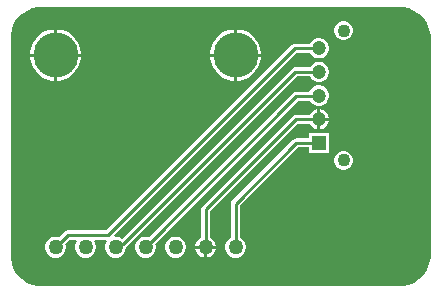
<source format=gbr>
G04*
G04 #@! TF.GenerationSoftware,Altium Limited,Altium Designer,23.1.1 (15)*
G04*
G04 Layer_Physical_Order=1*
G04 Layer_Color=255*
%FSLAX44Y44*%
%MOMM*%
G71*
G04*
G04 #@! TF.SameCoordinates,7DEE206C-283F-43E0-9F98-1BFD9C08138E*
G04*
G04*
G04 #@! TF.FilePolarity,Positive*
G04*
G01*
G75*
%ADD11C,0.2540*%
%ADD15C,1.1000*%
%ADD16C,1.2000*%
%ADD17R,1.2000X1.2000*%
%ADD18C,3.8100*%
%ADD19C,1.2700*%
G36*
X329558Y227602D02*
X334292Y225641D01*
X338552Y222795D01*
X342175Y219172D01*
X345021Y214912D01*
X346982Y210178D01*
X347982Y205153D01*
Y202591D01*
Y18392D01*
Y15830D01*
X346982Y10805D01*
X345021Y6072D01*
X342175Y1812D01*
X338552Y-1812D01*
X334292Y-4658D01*
X329558Y-6619D01*
X324533Y-7618D01*
X15830D01*
X10805Y-6619D01*
X6072Y-4658D01*
X1812Y-1812D01*
X-1812Y1812D01*
X-4658Y6072D01*
X-6619Y10805D01*
X-7618Y15830D01*
Y18392D01*
Y202591D01*
Y205153D01*
X-6619Y210178D01*
X-4658Y214912D01*
X-1812Y219172D01*
X1812Y222795D01*
X6072Y225641D01*
X10805Y227602D01*
X15830Y228602D01*
X324533D01*
X329558Y227602D01*
D02*
G37*
%LPC*%
G36*
X275420Y216712D02*
X273303D01*
X271258Y216164D01*
X269425Y215105D01*
X267928Y213608D01*
X266870Y211775D01*
X266322Y209730D01*
Y207613D01*
X266870Y205568D01*
X267928Y203735D01*
X269425Y202238D01*
X271258Y201180D01*
X273303Y200632D01*
X275420D01*
X277465Y201180D01*
X279298Y202238D01*
X280795Y203735D01*
X281854Y205568D01*
X282402Y207613D01*
Y209730D01*
X281854Y211775D01*
X280795Y213608D01*
X279298Y215105D01*
X277465Y216164D01*
X275420Y216712D01*
D02*
G37*
G36*
X185008Y209552D02*
X184152D01*
Y189232D01*
X204472D01*
Y190088D01*
X203642Y194259D01*
X202015Y198188D01*
X199652Y201724D01*
X196644Y204732D01*
X193108Y207094D01*
X189179Y208722D01*
X185008Y209552D01*
D02*
G37*
G36*
X181612D02*
X180755D01*
X176584Y208722D01*
X172655Y207094D01*
X169119Y204732D01*
X166112Y201724D01*
X163749Y198188D01*
X162121Y194259D01*
X161292Y190088D01*
Y189232D01*
X181612D01*
Y209552D01*
D02*
G37*
G36*
X32608D02*
X31752D01*
Y189232D01*
X52072D01*
Y190088D01*
X51242Y194259D01*
X49615Y198188D01*
X47252Y201724D01*
X44244Y204732D01*
X40708Y207094D01*
X36779Y208722D01*
X32608Y209552D01*
D02*
G37*
G36*
X29212D02*
X28355D01*
X24184Y208722D01*
X20255Y207094D01*
X16719Y204732D01*
X13712Y201724D01*
X11349Y198188D01*
X9721Y194259D01*
X8892Y190088D01*
Y189232D01*
X29212D01*
Y209552D01*
D02*
G37*
G36*
X254486Y202212D02*
X252237D01*
X250065Y201630D01*
X248118Y200505D01*
X246528Y198915D01*
X245743Y197556D01*
X233042D01*
X231555Y197261D01*
X230295Y196418D01*
X73323Y39446D01*
X40642D01*
X39155Y39151D01*
X37895Y38308D01*
X33408Y33821D01*
X31652Y34292D01*
X29311D01*
X27050Y33686D01*
X25023Y32515D01*
X23368Y30860D01*
X22197Y28833D01*
X21592Y26572D01*
Y24231D01*
X22197Y21970D01*
X23368Y19943D01*
X25023Y18288D01*
X27050Y17118D01*
X29311Y16512D01*
X31652D01*
X33913Y17118D01*
X35940Y18288D01*
X37596Y19943D01*
X38766Y21970D01*
X39372Y24231D01*
Y26572D01*
X38901Y28328D01*
X42251Y31677D01*
X47905D01*
X48506Y30407D01*
X47597Y28833D01*
X46992Y26572D01*
Y24231D01*
X47597Y21970D01*
X48768Y19943D01*
X50423Y18288D01*
X52450Y17118D01*
X54711Y16512D01*
X57052D01*
X59313Y17118D01*
X61340Y18288D01*
X62996Y19943D01*
X64166Y21970D01*
X64772Y24231D01*
Y26572D01*
X64166Y28833D01*
X63257Y30407D01*
X63858Y31677D01*
X73236D01*
X73354Y31574D01*
X73906Y30407D01*
X72997Y28833D01*
X72392Y26572D01*
Y24231D01*
X72997Y21970D01*
X74168Y19943D01*
X75823Y18288D01*
X77850Y17118D01*
X80111Y16512D01*
X82452D01*
X84713Y17118D01*
X86740Y18288D01*
X88396Y19943D01*
X89566Y21970D01*
X90172Y24231D01*
Y25123D01*
X90578Y25394D01*
X234971Y169787D01*
X245743D01*
X246528Y168428D01*
X248118Y166838D01*
X250065Y165714D01*
X252237Y165132D01*
X254486D01*
X256658Y165714D01*
X258605Y166838D01*
X260195Y168428D01*
X261320Y170375D01*
X261902Y172547D01*
Y174796D01*
X261320Y176968D01*
X260195Y178915D01*
X258605Y180505D01*
X256658Y181630D01*
X254486Y182212D01*
X252237D01*
X250065Y181630D01*
X248118Y180505D01*
X246528Y178915D01*
X245743Y177556D01*
X233362D01*
X231875Y177261D01*
X230615Y176418D01*
X86722Y32526D01*
X84713Y33686D01*
X82452Y34292D01*
X80951D01*
X80425Y35562D01*
X234651Y189787D01*
X245743D01*
X246528Y188428D01*
X248118Y186838D01*
X250065Y185714D01*
X252237Y185132D01*
X254486D01*
X256658Y185714D01*
X258605Y186838D01*
X260195Y188428D01*
X261320Y190375D01*
X261902Y192547D01*
Y194796D01*
X261320Y196968D01*
X260195Y198915D01*
X258605Y200505D01*
X256658Y201630D01*
X254486Y202212D01*
D02*
G37*
G36*
X204472Y186692D02*
X184152D01*
Y166372D01*
X185008D01*
X189179Y167201D01*
X193108Y168829D01*
X196644Y171192D01*
X199652Y174199D01*
X202015Y177735D01*
X203642Y181664D01*
X204472Y185835D01*
Y186692D01*
D02*
G37*
G36*
X181612D02*
X161292D01*
Y185835D01*
X162121Y181664D01*
X163749Y177735D01*
X166112Y174199D01*
X169119Y171192D01*
X172655Y168829D01*
X176584Y167201D01*
X180755Y166372D01*
X181612D01*
Y186692D01*
D02*
G37*
G36*
X52072D02*
X31752D01*
Y166372D01*
X32608D01*
X36779Y167201D01*
X40708Y168829D01*
X44244Y171192D01*
X47252Y174199D01*
X49615Y177735D01*
X51242Y181664D01*
X52072Y185835D01*
Y186692D01*
D02*
G37*
G36*
X29212D02*
X8892D01*
Y185835D01*
X9721Y181664D01*
X11349Y177735D01*
X13712Y174199D01*
X16719Y171192D01*
X20255Y168829D01*
X24184Y167201D01*
X28355Y166372D01*
X29212D01*
Y186692D01*
D02*
G37*
G36*
X254486Y162212D02*
X252237D01*
X250065Y161630D01*
X248118Y160505D01*
X246528Y158915D01*
X245404Y156968D01*
X245374Y156857D01*
X234252D01*
X232765Y156561D01*
X231505Y155719D01*
X109608Y33821D01*
X107852Y34292D01*
X105511D01*
X103250Y33686D01*
X101223Y32515D01*
X99568Y30860D01*
X98398Y28833D01*
X97792Y26572D01*
Y24231D01*
X98398Y21970D01*
X99568Y19943D01*
X101223Y18288D01*
X103250Y17118D01*
X105511Y16512D01*
X107852D01*
X110113Y17118D01*
X112140Y18288D01*
X113795Y19943D01*
X114966Y21970D01*
X115572Y24231D01*
Y26572D01*
X115101Y28328D01*
X235861Y149087D01*
X246147D01*
X246528Y148428D01*
X248118Y146838D01*
X250065Y145714D01*
X252237Y145132D01*
X254486D01*
X256658Y145714D01*
X258605Y146838D01*
X260195Y148428D01*
X261320Y150375D01*
X261902Y152547D01*
Y154796D01*
X261320Y156968D01*
X260195Y158915D01*
X258605Y160505D01*
X256658Y161630D01*
X254486Y162212D01*
D02*
G37*
G36*
X254632Y142173D02*
Y134942D01*
X261863D01*
X261320Y136968D01*
X260195Y138915D01*
X258605Y140505D01*
X256658Y141630D01*
X254632Y142173D01*
D02*
G37*
G36*
X261863Y132402D02*
X254632D01*
Y125171D01*
X256658Y125714D01*
X258605Y126838D01*
X260195Y128428D01*
X261320Y130375D01*
X261863Y132402D01*
D02*
G37*
G36*
X252092Y142173D02*
X250065Y141630D01*
X248118Y140505D01*
X246528Y138915D01*
X245743Y137556D01*
X234002D01*
X232515Y137261D01*
X231255Y136419D01*
X155065Y60228D01*
X154223Y58968D01*
X153927Y57481D01*
Y33615D01*
X152023Y32515D01*
X150368Y30860D01*
X149198Y28833D01*
X148618Y26672D01*
X166345D01*
X165766Y28833D01*
X164596Y30860D01*
X162940Y32515D01*
X161696Y33234D01*
Y55873D01*
X235611Y129787D01*
X245743D01*
X246528Y128428D01*
X248118Y126838D01*
X250065Y125714D01*
X252092Y125171D01*
Y133672D01*
Y142173D01*
D02*
G37*
G36*
X261902Y122212D02*
X244822D01*
Y117556D01*
X234322D01*
X232835Y117261D01*
X231575Y116419D01*
X180135Y64978D01*
X179293Y63718D01*
X178997Y62232D01*
Y33424D01*
X177423Y32515D01*
X175768Y30860D01*
X174597Y28833D01*
X173992Y26572D01*
Y24231D01*
X174597Y21970D01*
X175768Y19943D01*
X177423Y18288D01*
X179450Y17118D01*
X181711Y16512D01*
X184052D01*
X186313Y17118D01*
X188340Y18288D01*
X189995Y19943D01*
X191166Y21970D01*
X191772Y24231D01*
Y26572D01*
X191166Y28833D01*
X189995Y30860D01*
X188340Y32515D01*
X186766Y33424D01*
Y60623D01*
X235931Y109787D01*
X244822D01*
Y105132D01*
X261902D01*
Y122212D01*
D02*
G37*
G36*
X275420Y106712D02*
X273303D01*
X271258Y106164D01*
X269425Y105105D01*
X267928Y103608D01*
X266870Y101775D01*
X266322Y99730D01*
Y97613D01*
X266870Y95568D01*
X267928Y93735D01*
X269425Y92238D01*
X271258Y91180D01*
X273303Y90632D01*
X275420D01*
X277465Y91180D01*
X279298Y92238D01*
X280795Y93735D01*
X281854Y95568D01*
X282402Y97613D01*
Y99730D01*
X281854Y101775D01*
X280795Y103608D01*
X279298Y105105D01*
X277465Y106164D01*
X275420Y106712D01*
D02*
G37*
G36*
X166345Y24132D02*
X158752D01*
Y16538D01*
X160913Y17118D01*
X162940Y18288D01*
X164596Y19943D01*
X165766Y21970D01*
X166345Y24132D01*
D02*
G37*
G36*
X156212D02*
X148618D01*
X149198Y21970D01*
X150368Y19943D01*
X152023Y18288D01*
X154050Y17118D01*
X156212Y16538D01*
Y24132D01*
D02*
G37*
G36*
X133252Y34292D02*
X130911D01*
X128650Y33686D01*
X126623Y32515D01*
X124968Y30860D01*
X123798Y28833D01*
X123192Y26572D01*
Y24231D01*
X123798Y21970D01*
X124968Y19943D01*
X126623Y18288D01*
X128650Y17118D01*
X130911Y16512D01*
X133252D01*
X135513Y17118D01*
X137540Y18288D01*
X139195Y19943D01*
X140366Y21970D01*
X140972Y24231D01*
Y26572D01*
X140366Y28833D01*
X139195Y30860D01*
X137540Y32515D01*
X135513Y33686D01*
X133252Y34292D01*
D02*
G37*
%LPD*%
D11*
X30482Y25402D02*
X40642Y35562D01*
X74932D01*
X233042Y193672D01*
X234322Y113672D02*
X253362D01*
X182882Y25402D02*
Y62232D01*
X234322Y113672D01*
X157811Y25731D02*
Y57481D01*
X234002Y133672D02*
X253362D01*
X157811Y57481D02*
X234002Y133672D01*
X234252Y152972D02*
X252662D01*
X106682Y25402D02*
X234252Y152972D01*
X84031Y25402D02*
X86770Y28141D01*
X87831D02*
X233362Y173672D01*
X253362D01*
X81282Y25402D02*
X84031D01*
X86770Y28141D02*
X87831D01*
X233042Y193672D02*
X253362D01*
X157482Y25402D02*
X157811Y25731D01*
X252662Y152972D02*
X253362Y153672D01*
D15*
X274362Y208672D02*
D03*
Y98672D02*
D03*
D16*
X253362Y193672D02*
D03*
Y173672D02*
D03*
Y153672D02*
D03*
Y133672D02*
D03*
D17*
Y113672D02*
D03*
D18*
X30482Y187962D02*
D03*
X182882D02*
D03*
D19*
X30482Y25402D02*
D03*
X55882D02*
D03*
X81282D02*
D03*
X106682D02*
D03*
X132082D02*
D03*
X157482D02*
D03*
X182882D02*
D03*
M02*

</source>
